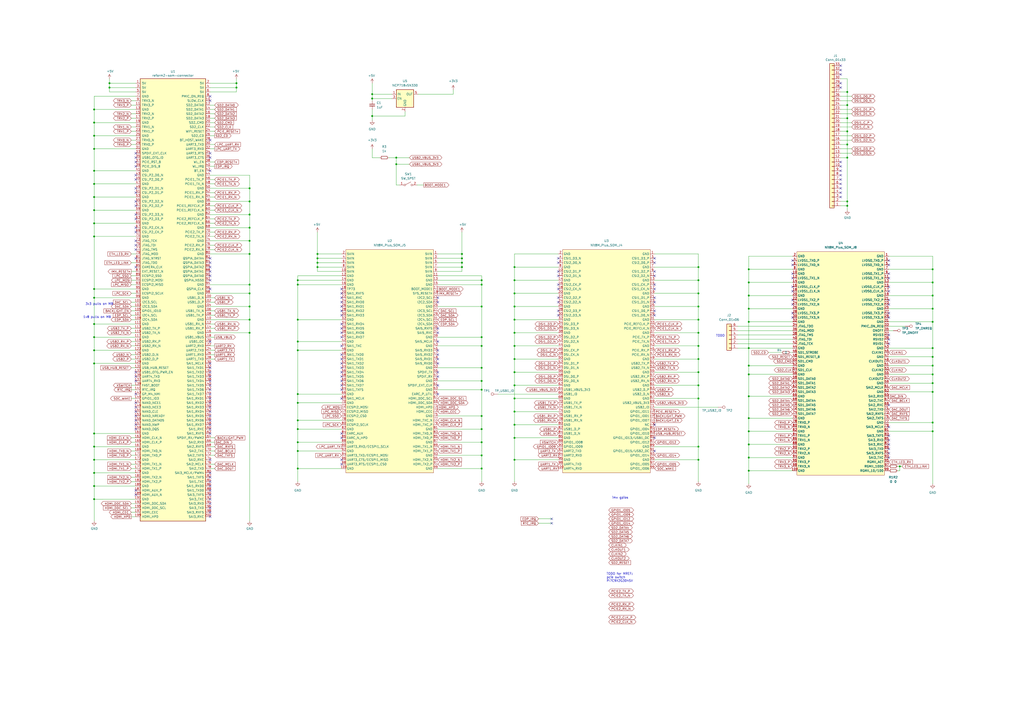
<source format=kicad_sch>
(kicad_sch (version 20211123) (generator eeschema)
  (paper "A2")
  (title_block (date "2022-09-02"))
  (junction (at 54.61 129.54))
  (junction (at 279.4 226.06))
  (junction (at 298.45 154.94))
  (junction (at 144.78 139.7))
  (junction (at 434.34 186.69))
  (junction (at 541.02 163.83))
  (junction (at 54.61 99.06))
  (junction (at 491.49 60.96))
  (junction (at 267.97 149.86))
  (junction (at 434.34 265.43))
  (junction (at 184.15 147.32))
  (junction (at 54.61 121.92))
  (junction (at 54.61 114.3))
  (junction (at 267.97 154.94))
  (junction (at 405.13 162.56))
  (junction (at 491.49 119.38))
  (junction (at 172.72 198.12))
  (junction (at 279.4 195.58))
  (junction (at 491.49 83.82))
  (junction (at 267.97 147.32))
  (junction (at 298.45 266.7))
  (junction (at 279.4 248.92))
  (junction (at 541.02 156.21))
  (junction (at 279.4 200.66))
  (junction (at 541.02 217.17))
  (junction (at 541.02 186.69))
  (junction (at 54.61 172.72))
  (junction (at 405.13 200.66))
  (junction (at 298.45 162.56))
  (junction (at 54.61 259.08))
  (junction (at 434.34 257.81))
  (junction (at 172.72 243.84))
  (junction (at 172.72 185.42))
  (junction (at 405.13 185.42))
  (junction (at 279.4 213.36))
  (junction (at 279.4 162.56))
  (junction (at 54.61 251.46))
  (junction (at 279.4 177.8))
  (junction (at 144.78 165.1))
  (junction (at 279.4 256.54))
  (junction (at 298.45 185.42))
  (junction (at 172.72 271.78))
  (junction (at 434.34 156.21))
  (junction (at 215.9 57.15))
  (junction (at 541.02 222.25))
  (junction (at 541.02 201.93))
  (junction (at 405.13 266.7))
  (junction (at 434.34 229.87))
  (junction (at 54.61 106.68))
  (junction (at 54.61 203.2))
  (junction (at 54.61 195.58))
  (junction (at 298.45 208.28))
  (junction (at 54.61 86.36))
  (junction (at 54.61 71.12))
  (junction (at 144.78 116.84))
  (junction (at 137.16 48.26))
  (junction (at 298.45 223.52))
  (junction (at 434.34 212.09))
  (junction (at 405.13 177.8))
  (junction (at 279.4 271.78))
  (junction (at 172.72 256.54))
  (junction (at 172.72 165.1))
  (junction (at 298.45 170.18))
  (junction (at 267.97 152.4))
  (junction (at 172.72 162.56))
  (junction (at 491.49 68.58))
  (junction (at 279.4 241.3))
  (junction (at 215.9 54.61))
  (junction (at 434.34 273.05))
  (junction (at 405.13 215.9))
  (junction (at 434.34 179.07))
  (junction (at 405.13 193.04))
  (junction (at 405.13 154.94))
  (junction (at 184.15 152.4))
  (junction (at 172.72 261.62))
  (junction (at 137.16 50.8))
  (junction (at 491.49 76.2))
  (junction (at 434.34 201.93))
  (junction (at 54.61 266.7))
  (junction (at 298.45 177.8))
  (junction (at 541.02 250.19))
  (junction (at 144.78 185.42))
  (junction (at 172.72 228.6))
  (junction (at 298.45 246.38))
  (junction (at 229.87 91.44))
  (junction (at 63.5 50.8))
  (junction (at 521.97 270.51))
  (junction (at 172.72 233.68))
  (junction (at 405.13 231.14))
  (junction (at 215.9 67.31))
  (junction (at 63.5 48.26))
  (junction (at 298.45 231.14))
  (junction (at 144.78 170.18))
  (junction (at 54.61 210.82))
  (junction (at 144.78 109.22))
  (junction (at 298.45 238.76))
  (junction (at 229.87 95.25))
  (junction (at 434.34 217.17))
  (junction (at 144.78 177.8))
  (junction (at 405.13 170.18))
  (junction (at 491.49 91.44))
  (junction (at 54.61 63.5))
  (junction (at 541.02 207.01))
  (junction (at 298.45 200.66))
  (junction (at 541.02 179.07))
  (junction (at 405.13 223.52))
  (junction (at 54.61 281.94))
  (junction (at 491.49 116.84))
  (junction (at 298.45 254))
  (junction (at 184.15 154.94))
  (junction (at 541.02 171.45))
  (junction (at 434.34 250.19))
  (junction (at 184.15 149.86))
  (junction (at 541.02 245.11))
  (junction (at 144.78 193.04))
  (junction (at 434.34 242.57))
  (junction (at 144.78 124.46))
  (junction (at 405.13 259.08))
  (junction (at 298.45 215.9))
  (junction (at 172.72 248.92))
  (junction (at 144.78 132.08))
  (junction (at 54.61 187.96))
  (junction (at 434.34 163.83))
  (junction (at 144.78 147.32))
  (junction (at 405.13 208.28))
  (junction (at 54.61 289.56))
  (junction (at 54.61 137.16))
  (junction (at 279.4 264.16))
  (junction (at 54.61 274.32))
  (junction (at 541.02 227.33))
  (junction (at 298.45 193.04))
  (junction (at 54.61 167.64))
  (junction (at 54.61 78.74))
  (junction (at 491.49 53.34))
  (junction (at 434.34 171.45))
  (junction (at 172.72 203.2))
  (junction (at 279.4 165.1))
  (junction (at 541.02 212.09))
  (junction (at 279.4 220.98))
  (no_connect (at 198.12 213.36))
  (no_connect (at 198.12 210.82))
  (no_connect (at 198.12 170.18))
  (no_connect (at 198.12 193.04))
  (no_connect (at 198.12 190.5))
  (no_connect (at 198.12 195.58))
  (no_connect (at 198.12 200.66))
  (no_connect (at 198.12 205.74))
  (no_connect (at 198.12 208.28))
  (no_connect (at 198.12 175.26))
  (no_connect (at 198.12 172.72))
  (no_connect (at 198.12 180.34))
  (no_connect (at 198.12 177.8))
  (no_connect (at 198.12 182.88))
  (no_connect (at 198.12 187.96))
  (no_connect (at 515.62 151.13))
  (no_connect (at 78.74 134.62))
  (no_connect (at 78.74 104.14))
  (no_connect (at 121.92 220.98))
  (no_connect (at 323.85 180.34))
  (no_connect (at 323.85 152.4))
  (no_connect (at 323.85 157.48))
  (no_connect (at 323.85 160.02))
  (no_connect (at 323.85 149.86))
  (no_connect (at 323.85 172.72))
  (no_connect (at 323.85 182.88))
  (no_connect (at 323.85 167.64))
  (no_connect (at 323.85 165.1))
  (no_connect (at 323.85 175.26))
  (no_connect (at 78.74 246.38))
  (no_connect (at 198.12 167.64))
  (no_connect (at 121.92 167.64))
  (no_connect (at 78.74 154.94))
  (no_connect (at 515.62 176.53))
  (no_connect (at 254 228.6))
  (no_connect (at 198.12 251.46))
  (no_connect (at 198.12 254))
  (no_connect (at 515.62 199.39))
  (no_connect (at 78.74 144.78))
  (no_connect (at 459.74 166.37))
  (no_connect (at 121.92 157.48))
  (no_connect (at 121.92 284.48))
  (no_connect (at 459.74 158.75))
  (no_connect (at 121.92 215.9))
  (no_connect (at 121.92 292.1))
  (no_connect (at 320.04 303.53))
  (no_connect (at 121.92 279.4))
  (no_connect (at 78.74 127))
  (no_connect (at 121.92 198.12))
  (no_connect (at 121.92 287.02))
  (no_connect (at 121.92 251.46))
  (no_connect (at 78.74 111.76))
  (no_connect (at 121.92 149.86))
  (no_connect (at 121.92 231.14))
  (no_connect (at 78.74 149.86))
  (no_connect (at 379.73 157.48))
  (no_connect (at 379.73 165.1))
  (no_connect (at 379.73 160.02))
  (no_connect (at 379.73 167.64))
  (no_connect (at 379.73 149.86))
  (no_connect (at 379.73 152.4))
  (no_connect (at 379.73 180.34))
  (no_connect (at 379.73 182.88))
  (no_connect (at 379.73 175.26))
  (no_connect (at 379.73 172.72))
  (no_connect (at 459.74 173.99))
  (no_connect (at 515.62 153.67))
  (no_connect (at 121.92 241.3))
  (no_connect (at 487.68 114.3))
  (no_connect (at 78.74 132.08))
  (no_connect (at 121.92 223.52))
  (no_connect (at 121.92 213.36))
  (no_connect (at 487.68 93.98))
  (no_connect (at 487.68 50.8))
  (no_connect (at 78.74 215.9))
  (no_connect (at 121.92 210.82))
  (no_connect (at 78.74 142.24))
  (no_connect (at 459.74 151.13))
  (no_connect (at 121.92 228.6))
  (no_connect (at 487.68 106.68))
  (no_connect (at 121.92 274.32))
  (no_connect (at 121.92 243.84))
  (no_connect (at 515.62 158.75))
  (no_connect (at 121.92 233.68))
  (no_connect (at 78.74 220.98))
  (no_connect (at 459.74 184.15))
  (no_connect (at 78.74 116.84))
  (no_connect (at 379.73 261.62))
  (no_connect (at 379.73 254))
  (no_connect (at 78.74 243.84))
  (no_connect (at 121.92 226.06))
  (no_connect (at 78.74 287.02))
  (no_connect (at 515.62 247.65))
  (no_connect (at 515.62 234.95))
  (no_connect (at 487.68 96.52))
  (no_connect (at 487.68 43.18))
  (no_connect (at 515.62 257.81))
  (no_connect (at 515.62 262.89))
  (no_connect (at 515.62 252.73))
  (no_connect (at 515.62 260.35))
  (no_connect (at 515.62 255.27))
  (no_connect (at 515.62 265.43))
  (no_connect (at 254 223.52))
  (no_connect (at 121.92 154.94))
  (no_connect (at 121.92 248.92))
  (no_connect (at 121.92 246.38))
  (no_connect (at 78.74 91.44))
  (no_connect (at 515.62 166.37))
  (no_connect (at 78.74 284.48))
  (no_connect (at 121.92 162.56))
  (no_connect (at 379.73 246.38))
  (no_connect (at 78.74 119.38))
  (no_connect (at 121.92 160.02))
  (no_connect (at 78.74 109.22))
  (no_connect (at 78.74 236.22))
  (no_connect (at 487.68 38.1))
  (no_connect (at 515.62 194.31))
  (no_connect (at 121.92 81.28))
  (no_connect (at 459.74 168.91))
  (no_connect (at 487.68 101.6))
  (no_connect (at 254 203.2))
  (no_connect (at 254 218.44))
  (no_connect (at 254 205.74))
  (no_connect (at 254 208.28))
  (no_connect (at 254 215.9))
  (no_connect (at 254 210.82))
  (no_connect (at 254 190.5))
  (no_connect (at 254 198.12))
  (no_connect (at 254 193.04))
  (no_connect (at 78.74 248.92))
  (no_connect (at 121.92 91.44))
  (no_connect (at 515.62 184.15))
  (no_connect (at 515.62 196.85))
  (no_connect (at 515.62 181.61))
  (no_connect (at 121.92 297.18))
  (no_connect (at 78.74 238.76))
  (no_connect (at 515.62 161.29))
  (no_connect (at 459.74 161.29))
  (no_connect (at 78.74 139.7))
  (no_connect (at 487.68 99.06))
  (no_connect (at 121.92 289.56))
  (no_connect (at 78.74 96.52))
  (no_connect (at 121.92 58.42))
  (no_connect (at 121.92 299.72))
  (no_connect (at 459.74 176.53))
  (no_connect (at 121.92 99.06))
  (no_connect (at 78.74 233.68))
  (no_connect (at 121.92 276.86))
  (no_connect (at 254 172.72))
  (no_connect (at 254 175.26))
  (no_connect (at 78.74 241.3))
  (no_connect (at 121.92 218.44))
  (no_connect (at 487.68 48.26))
  (no_connect (at 487.68 104.14))
  (no_connect (at 515.62 168.91))
  (no_connect (at 121.92 236.22))
  (no_connect (at 121.92 152.4))
  (no_connect (at 121.92 281.94))
  (no_connect (at 459.74 153.67))
  (no_connect (at 320.04 300.99))
  (no_connect (at 121.92 294.64))
  (no_connect (at 121.92 88.9))
  (no_connect (at 121.92 55.88))
  (no_connect (at 198.12 231.14))
  (no_connect (at 78.74 228.6))
  (no_connect (at 198.12 218.44))
  (no_connect (at 198.12 223.52))
  (no_connect (at 198.12 215.9))
  (no_connect (at 198.12 220.98))
  (no_connect (at 198.12 226.06))
  (no_connect (at 487.68 40.64))
  (no_connect (at 121.92 266.7))
  (no_connect (at 121.92 238.76))
  (no_connect (at 459.74 181.61))
  (no_connect (at 78.74 93.98))
  (no_connect (at 198.12 269.24))
  (no_connect (at 198.12 266.7))
  (no_connect (at 487.68 109.22))
  (no_connect (at 78.74 88.9))
  (no_connect (at 78.74 101.6))
  (no_connect (at 78.74 124.46))
  (no_connect (at 78.74 218.44))
  (no_connect (at 515.62 173.99))
  (no_connect (at 487.68 111.76))
  (wire (pts (xy 523.24 270.51) (xy 521.97 270.51)))
  (wire (pts (xy 379.73 185.42) (xy 405.13 185.42)))
  (wire (pts (xy 487.68 45.72) (xy 491.49 45.72)))
  (wire (pts (xy 279.4 165.1) (xy 254 165.1)))
  (wire (pts (xy 279.4 195.58) (xy 254 195.58)))
  (wire (pts (xy 215.9 57.15) (xy 215.9 58.42)))
  (wire (pts (xy 76.2 193.04) (xy 78.74 193.04)))
  (wire (pts (xy 78.74 162.56) (xy 76.2 162.56)))
  (wire (pts (xy 521.97 273.05) (xy 521.97 270.51)))
  (wire (pts (xy 379.73 223.52) (xy 405.13 223.52)))
  (wire (pts (xy 76.2 160.02) (xy 78.74 160.02)))
  (wire (pts (xy 434.34 179.07) (xy 459.74 179.07)))
  (wire (pts (xy 298.45 208.28) (xy 298.45 215.9)))
  (wire (pts (xy 298.45 223.52) (xy 298.45 231.14)))
  (wire (pts (xy 78.74 114.3) (xy 54.61 114.3)))
  (wire (pts (xy 491.49 119.38) (xy 491.49 121.92)))
  (wire (pts (xy 124.46 60.96) (xy 121.92 60.96)))
  (wire (pts (xy 458.47 204.47) (xy 459.74 204.47)))
  (wire (pts (xy 76.2 297.18) (xy 78.74 297.18)))
  (wire (pts (xy 279.4 271.78) (xy 254 271.78)))
  (wire (pts (xy 267.97 154.94) (xy 267.97 152.4)))
  (wire (pts (xy 405.13 266.7) (xy 405.13 279.4)))
  (wire (pts (xy 379.73 162.56) (xy 405.13 162.56)))
  (wire (pts (xy 54.61 114.3) (xy 54.61 121.92)))
  (wire (pts (xy 54.61 167.64) (xy 54.61 172.72)))
  (wire (pts (xy 172.72 203.2) (xy 172.72 228.6)))
  (wire (pts (xy 76.2 147.32) (xy 78.74 147.32)))
  (wire (pts (xy 487.68 116.84) (xy 491.49 116.84)))
  (wire (pts (xy 279.4 195.58) (xy 279.4 200.66)))
  (wire (pts (xy 124.46 78.74) (xy 121.92 78.74)))
  (wire (pts (xy 124.46 83.82) (xy 121.92 83.82)))
  (wire (pts (xy 76.2 198.12) (xy 78.74 198.12)))
  (wire (pts (xy 121.92 182.88) (xy 124.46 182.88)))
  (wire (pts (xy 78.74 152.4) (xy 76.2 152.4)))
  (wire (pts (xy 487.68 60.96) (xy 491.49 60.96)))
  (wire (pts (xy 298.45 223.52) (xy 323.85 223.52)))
  (wire (pts (xy 78.74 106.68) (xy 54.61 106.68)))
  (wire (pts (xy 491.49 53.34) (xy 491.49 60.96)))
  (wire (pts (xy 279.4 248.92) (xy 254 248.92)))
  (wire (pts (xy 487.68 119.38) (xy 491.49 119.38)))
  (wire (pts (xy 491.49 83.82) (xy 491.49 91.44)))
  (wire (pts (xy 279.4 162.56) (xy 254 162.56)))
  (wire (pts (xy 379.73 147.32) (xy 405.13 147.32)))
  (wire (pts (xy 288.925 228.6) (xy 323.85 228.6)))
  (wire (pts (xy 124.46 66.04) (xy 121.92 66.04)))
  (wire (pts (xy 76.2 157.48) (xy 78.74 157.48)))
  (wire (pts (xy 121.92 137.16) (xy 124.46 137.16)))
  (wire (pts (xy 459.74 242.57) (xy 434.34 242.57)))
  (wire (pts (xy 427.99 199.39) (xy 459.74 199.39)))
  (wire (pts (xy 63.5 45.72) (xy 63.5 48.26)))
  (wire (pts (xy 541.02 201.93) (xy 515.62 201.93)))
  (wire (pts (xy 279.4 160.02) (xy 279.4 162.56)))
  (wire (pts (xy 298.45 254) (xy 323.85 254)))
  (wire (pts (xy 298.45 208.28) (xy 323.85 208.28)))
  (wire (pts (xy 298.45 254) (xy 298.45 266.7)))
  (wire (pts (xy 78.74 292.1) (xy 76.2 292.1)))
  (wire (pts (xy 234.95 67.31) (xy 234.95 64.77)))
  (wire (pts (xy 427.99 196.85) (xy 459.74 196.85)))
  (wire (pts (xy 279.4 213.36) (xy 254 213.36)))
  (wire (pts (xy 379.73 266.7) (xy 405.13 266.7)))
  (wire (pts (xy 279.4 200.66) (xy 254 200.66)))
  (wire (pts (xy 541.02 163.83) (xy 515.62 163.83)))
  (wire (pts (xy 229.87 107.315) (xy 229.87 95.25)))
  (wire (pts (xy 121.92 53.34) (xy 137.16 53.34)))
  (wire (pts (xy 298.45 170.18) (xy 323.85 170.18)))
  (wire (pts (xy 54.61 281.94) (xy 54.61 274.32)))
  (wire (pts (xy 434.34 257.81) (xy 434.34 265.43)))
  (wire (pts (xy 541.02 148.59) (xy 515.62 148.59)))
  (wire (pts (xy 279.4 248.92) (xy 279.4 256.54)))
  (wire (pts (xy 78.74 71.12) (xy 54.61 71.12)))
  (wire (pts (xy 78.74 205.74) (xy 76.2 205.74)))
  (wire (pts (xy 312.42 303.53) (xy 320.04 303.53)))
  (wire (pts (xy 298.45 147.32) (xy 298.45 154.94)))
  (wire (pts (xy 405.13 154.94) (xy 405.13 162.56)))
  (wire (pts (xy 184.15 154.94) (xy 198.12 154.94)))
  (wire (pts (xy 76.2 269.24) (xy 78.74 269.24)))
  (wire (pts (xy 279.4 213.36) (xy 279.4 220.98)))
  (wire (pts (xy 76.2 261.62) (xy 78.74 261.62)))
  (wire (pts (xy 434.34 265.43) (xy 434.34 273.05)))
  (wire (pts (xy 198.12 157.48) (xy 184.15 157.48)))
  (wire (pts (xy 76.2 294.64) (xy 78.74 294.64)))
  (wire (pts (xy 541.02 217.17) (xy 541.02 222.25)))
  (wire (pts (xy 267.97 134.62) (xy 267.97 147.32)))
  (wire (pts (xy 121.92 271.78) (xy 124.46 271.78)))
  (wire (pts (xy 254 157.48) (xy 267.97 157.48)))
  (wire (pts (xy 405.13 193.04) (xy 405.13 200.66)))
  (wire (pts (xy 76.2 276.86) (xy 78.74 276.86)))
  (wire (pts (xy 494.03 71.12) (xy 487.68 71.12)))
  (wire (pts (xy 237.49 95.25) (xy 229.87 95.25)))
  (wire (pts (xy 225.425 91.44) (xy 229.87 91.44)))
  (wire (pts (xy 434.34 163.83) (xy 459.74 163.83)))
  (wire (pts (xy 298.45 200.66) (xy 298.45 208.28)))
  (wire (pts (xy 184.15 149.86) (xy 184.15 147.32)))
  (wire (pts (xy 78.74 83.82) (xy 76.2 83.82)))
  (wire (pts (xy 267.97 147.32) (xy 254 147.32)))
  (wire (pts (xy 487.68 73.66) (xy 494.03 73.66)))
  (wire (pts (xy 427.99 189.23) (xy 459.74 189.23)))
  (wire (pts (xy 405.13 170.18) (xy 405.13 177.8)))
  (wire (pts (xy 172.72 165.1) (xy 172.72 185.42)))
  (wire (pts (xy 78.74 231.14) (xy 76.2 231.14)))
  (wire (pts (xy 434.34 242.57) (xy 434.34 250.19)))
  (wire (pts (xy 405.13 200.66) (xy 405.13 208.28)))
  (wire (pts (xy 298.45 246.38) (xy 298.45 254)))
  (wire (pts (xy 279.4 241.3) (xy 254 241.3)))
  (wire (pts (xy 184.15 152.4) (xy 198.12 152.4)))
  (wire (pts (xy 515.62 189.23) (xy 525.145 189.23)))
  (wire (pts (xy 121.92 116.84) (xy 144.78 116.84)))
  (wire (pts (xy 121.92 142.24) (xy 124.46 142.24)))
  (wire (pts (xy 487.68 66.04) (xy 494.03 66.04)))
  (wire (pts (xy 124.46 208.28) (xy 121.92 208.28)))
  (wire (pts (xy 279.4 256.54) (xy 279.4 264.16)))
  (wire (pts (xy 172.72 271.78) (xy 172.72 279.4)))
  (wire (pts (xy 279.4 264.16) (xy 279.4 271.78)))
  (wire (pts (xy 76.2 254) (xy 78.74 254)))
  (wire (pts (xy 298.45 231.14) (xy 323.85 231.14)))
  (wire (pts (xy 76.2 190.5) (xy 78.74 190.5)))
  (wire (pts (xy 184.15 154.94) (xy 184.15 152.4)))
  (wire (pts (xy 229.87 91.44) (xy 237.49 91.44)))
  (wire (pts (xy 78.74 259.08) (xy 54.61 259.08)))
  (wire (pts (xy 215.9 69.85) (xy 215.9 67.31)))
  (wire (pts (xy 54.61 106.68) (xy 54.61 114.3)))
  (wire (pts (xy 487.68 81.28) (xy 494.03 81.28)))
  (wire (pts (xy 172.72 228.6) (xy 198.12 228.6)))
  (wire (pts (xy 76.2 175.26) (xy 78.74 175.26)))
  (wire (pts (xy 459.74 229.87) (xy 434.34 229.87)))
  (wire (pts (xy 379.73 170.18) (xy 405.13 170.18)))
  (wire (pts (xy 172.72 198.12) (xy 172.72 203.2)))
  (wire (pts (xy 78.74 76.2) (xy 76.2 76.2)))
  (wire (pts (xy 124.46 93.98) (xy 121.92 93.98)))
  (wire (pts (xy 124.46 76.2) (xy 121.92 76.2)))
  (wire (pts (xy 121.92 193.04) (xy 144.78 193.04)))
  (wire (pts (xy 215.9 54.61) (xy 227.33 54.61)))
  (wire (pts (xy 137.16 48.26) (xy 121.92 48.26)))
  (wire (pts (xy 541.02 171.45) (xy 515.62 171.45)))
  (wire (pts (xy 434.34 186.69) (xy 434.34 201.93)))
  (wire (pts (xy 459.74 217.17) (xy 434.34 217.17)))
  (wire (pts (xy 137.16 50.8) (xy 137.16 48.26)))
  (wire (pts (xy 487.68 68.58) (xy 491.49 68.58)))
  (wire (pts (xy 184.15 149.86) (xy 198.12 149.86)))
  (wire (pts (xy 541.02 212.09) (xy 541.02 217.17)))
  (wire (pts (xy 124.46 172.72) (xy 121.92 172.72)))
  (wire (pts (xy 298.45 185.42) (xy 323.85 185.42)))
  (wire (pts (xy 121.92 109.22) (xy 144.78 109.22)))
  (wire (pts (xy 487.68 83.82) (xy 491.49 83.82)))
  (wire (pts (xy 298.45 193.04) (xy 323.85 193.04)))
  (wire (pts (xy 76.2 200.66) (xy 78.74 200.66)))
  (wire (pts (xy 279.4 256.54) (xy 254 256.54)))
  (wire (pts (xy 541.02 148.59) (xy 541.02 156.21)))
  (wire (pts (xy 279.4 162.56) (xy 279.4 165.1)))
  (wire (pts (xy 515.62 191.77) (xy 518.16 191.77)))
  (wire (pts (xy 54.61 281.94) (xy 54.61 289.56)))
  (wire (pts (xy 172.72 233.68) (xy 198.12 233.68)))
  (wire (pts (xy 198.12 271.78) (xy 172.72 271.78)))
  (wire (pts (xy 121.92 134.62) (xy 124.46 134.62)))
  (wire (pts (xy 427.99 201.93) (xy 434.34 201.93)))
  (wire (pts (xy 76.2 299.72) (xy 78.74 299.72)))
  (wire (pts (xy 298.45 162.56) (xy 323.85 162.56)))
  (wire (pts (xy 78.74 167.64) (xy 54.61 167.64)))
  (wire (pts (xy 298.45 215.9) (xy 323.85 215.9)))
  (wire (pts (xy 78.74 99.06) (xy 54.61 99.06)))
  (wire (pts (xy 379.73 231.14) (xy 405.13 231.14)))
  (wire (pts (xy 405.13 231.14) (xy 405.13 259.08)))
  (wire (pts (xy 434.34 217.17) (xy 434.34 229.87)))
  (wire (pts (xy 215.9 86.36) (xy 215.9 91.44)))
  (wire (pts (xy 279.4 226.06) (xy 279.4 241.3)))
  (wire (pts (xy 76.2 208.28) (xy 78.74 208.28)))
  (wire (pts (xy 541.02 207.01) (xy 541.02 212.09)))
  (wire (pts (xy 487.68 86.36) (xy 494.03 86.36)))
  (wire (pts (xy 54.61 251.46) (xy 54.61 210.82)))
  (wire (pts (xy 121.92 96.52) (xy 124.46 96.52)))
  (wire (pts (xy 78.74 170.18) (xy 76.2 170.18)))
  (wire (pts (xy 198.12 160.02) (xy 172.72 160.02)))
  (wire (pts (xy 172.72 162.56) (xy 198.12 162.56)))
  (wire (pts (xy 121.92 190.5) (xy 124.46 190.5)))
  (wire (pts (xy 434.34 179.07) (xy 434.34 186.69)))
  (wire (pts (xy 184.15 157.48) (xy 184.15 154.94)))
  (wire (pts (xy 78.74 223.52) (xy 76.2 223.52)))
  (wire (pts (xy 54.61 187.96) (xy 54.61 195.58)))
  (wire (pts (xy 144.78 124.46) (xy 144.78 116.84)))
  (wire (pts (xy 494.03 58.42) (xy 487.68 58.42)))
  (wire (pts (xy 541.02 179.07) (xy 515.62 179.07)))
  (wire (pts (xy 78.74 53.34) (xy 63.5 53.34)))
  (wire (pts (xy 121.92 132.08) (xy 144.78 132.08)))
  (wire (pts (xy 78.74 279.4) (xy 76.2 279.4)))
  (wire (pts (xy 121.92 175.26) (xy 124.46 175.26)))
  (wire (pts (xy 172.72 165.1) (xy 198.12 165.1)))
  (wire (pts (xy 541.02 245.11) (xy 515.62 245.11)))
  (wire (pts (xy 405.13 215.9) (xy 405.13 223.52)))
  (wire (pts (xy 405.13 177.8) (xy 405.13 185.42)))
  (wire (pts (xy 405.13 259.08) (xy 405.13 266.7)))
  (wire (pts (xy 172.72 228.6) (xy 172.72 233.68)))
  (wire (pts (xy 172.72 261.62) (xy 172.72 271.78)))
  (wire (pts (xy 137.16 53.34) (xy 137.16 50.8)))
  (wire (pts (xy 54.61 129.54) (xy 54.61 137.16)))
  (wire (pts (xy 541.02 156.21) (xy 541.02 163.83)))
  (wire (pts (xy 267.97 157.48) (xy 267.97 154.94)))
  (wire (pts (xy 434.34 148.59) (xy 459.74 148.59)))
  (wire (pts (xy 144.78 185.42) (xy 144.78 177.8)))
  (wire (pts (xy 298.45 162.56) (xy 298.45 170.18)))
  (wire (pts (xy 487.68 76.2) (xy 491.49 76.2)))
  (wire (pts (xy 298.45 193.04) (xy 298.45 200.66)))
  (wire (pts (xy 121.92 264.16) (xy 124.46 264.16)))
  (wire (pts (xy 541.02 222.25) (xy 515.62 222.25)))
  (wire (pts (xy 124.46 269.24) (xy 121.92 269.24)))
  (wire (pts (xy 172.72 243.84) (xy 172.72 248.92)))
  (wire (pts (xy 491.49 45.72) (xy 491.49 53.34)))
  (wire (pts (xy 405.13 162.56) (xy 405.13 170.18)))
  (wire (pts (xy 172.72 256.54) (xy 172.72 261.62)))
  (wire (pts (xy 298.45 231.14) (xy 298.45 238.76)))
  (wire (pts (xy 54.61 86.36) (xy 54.61 99.06)))
  (wire (pts (xy 267.97 152.4) (xy 267.97 149.86)))
  (wire (pts (xy 121.92 254) (xy 124.46 254)))
  (wire (pts (xy 242.57 54.61) (xy 262.89 54.61)))
  (wire (pts (xy 379.73 208.28) (xy 405.13 208.28)))
  (wire (pts (xy 541.02 163.83) (xy 541.02 171.45)))
  (wire (pts (xy 279.4 241.3) (xy 279.4 248.92)))
  (wire (pts (xy 78.74 121.92) (xy 54.61 121.92)))
  (wire (pts (xy 121.92 139.7) (xy 144.78 139.7)))
  (wire (pts (xy 541.02 179.07) (xy 541.02 186.69)))
  (wire (pts (xy 487.68 55.88) (xy 494.03 55.88)))
  (wire (pts (xy 434.34 250.19) (xy 434.34 257.81)))
  (wire (pts (xy 78.74 264.16) (xy 76.2 264.16)))
  (wire (pts (xy 267.97 154.94) (xy 254 154.94)))
  (wire (pts (xy 434.34 163.83) (xy 434.34 171.45)))
  (wire (pts (xy 541.02 250.19) (xy 515.62 250.19)))
  (wire (pts (xy 78.74 78.74) (xy 54.61 78.74)))
  (wire (pts (xy 541.02 227.33) (xy 515.62 227.33)))
  (wire (pts (xy 172.72 185.42) (xy 198.12 185.42)))
  (wire (pts (xy 63.5 53.34) (xy 63.5 50.8)))
  (wire (pts (xy 121.92 259.08) (xy 124.46 259.08)))
  (wire (pts (xy 172.72 248.92) (xy 198.12 248.92)))
  (wire (pts (xy 172.72 198.12) (xy 198.12 198.12)))
  (wire (pts (xy 63.5 48.26) (xy 78.74 48.26)))
  (wire (pts (xy 427.99 191.77) (xy 459.74 191.77)))
  (wire (pts (xy 520.7 273.05) (xy 521.97 273.05)))
  (wire (pts (xy 63.5 50.8) (xy 63.5 48.26)))
  (wire (pts (xy 54.61 172.72) (xy 54.61 187.96)))
  (wire (pts (xy 144.78 165.1) (xy 144.78 170.18)))
  (wire (pts (xy 434.34 186.69) (xy 459.74 186.69)))
  (wire (pts (xy 487.68 91.44) (xy 491.49 91.44)))
  (wire (pts (xy 312.42 300.99) (xy 320.04 300.99)))
  (wire (pts (xy 491.49 60.96) (xy 491.49 68.58)))
  (wire (pts (xy 76.2 73.66) (xy 78.74 73.66)))
  (wire (pts (xy 298.45 266.7) (xy 298.45 279.4)))
  (wire (pts (xy 434.34 229.87) (xy 434.34 242.57)))
  (wire (pts (xy 144.78 101.6) (xy 121.92 101.6)))
  (wire (pts (xy 76.2 185.42) (xy 78.74 185.42)))
  (wire (pts (xy 144.78 116.84) (xy 144.78 109.22)))
  (wire (pts (xy 78.74 281.94) (xy 54.61 281.94)))
  (wire (pts (xy 121.92 114.3) (xy 124.46 114.3)))
  (wire (pts (xy 76.2 180.34) (xy 78.74 180.34)))
  (wire (pts (xy 172.72 233.68) (xy 172.72 243.84)))
  (wire (pts (xy 54.61 63.5) (xy 54.61 71.12)))
  (wire (pts (xy 78.74 50.8) (xy 63.5 50.8)))
  (wire (pts (xy 78.74 60.96) (xy 76.2 60.96)))
  (wire (pts (xy 54.61 274.32) (xy 78.74 274.32)))
  (wire (pts (xy 379.73 236.22) (xy 416.56 236.22)))
  (wire (pts (xy 124.46 203.2) (xy 121.92 203.2)))
  (wire (pts (xy 459.74 250.19) (xy 434.34 250.19)))
  (wire (pts (xy 215.9 48.26) (xy 215.9 54.61)))
  (wire (pts (xy 279.4 177.8) (xy 254 177.8)))
  (wire (pts (xy 405.13 223.52) (xy 405.13 231.14)))
  (wire (pts (xy 298.45 147.32) (xy 323.85 147.32)))
  (wire (pts (xy 76.2 165.1) (xy 78.74 165.1)))
  (wire (pts (xy 491.49 116.84) (xy 491.49 119.38)))
  (wire (pts (xy 76.2 66.04) (xy 78.74 66.04)))
  (wire (pts (xy 279.4 165.1) (xy 279.4 177.8)))
  (wire (pts (xy 76.2 226.06) (xy 78.74 226.06)))
  (wire (pts (xy 494.03 63.5) (xy 487.68 63.5)))
  (wire (pts (xy 405.13 208.28) (xy 405.13 215.9)))
  (wire (pts (xy 172.72 256.54) (xy 198.12 256.54)))
  (wire (pts (xy 121.92 106.68) (xy 124.46 106.68)))
  (wire (pts (xy 121.92 50.8) (xy 137.16 50.8)))
  (wire (pts (xy 262.89 54.61) (xy 262.89 52.07)))
  (wire (pts (xy 279.4 220.98) (xy 254 220.98)))
  (wire (pts (xy 121.92 180.34) (xy 124.46 180.34)))
  (wire (pts (xy 298.45 154.94) (xy 323.85 154.94)))
  (wire (pts (xy 121.92 147.32) (xy 144.78 147.32)))
  (wire (pts (xy 121.92 165.1) (xy 144.78 165.1)))
  (wire (pts (xy 54.61 195.58) (xy 54.61 203.2)))
  (wire (pts (xy 124.46 119.38) (xy 121.92 119.38)))
  (wire (pts (xy 445.77 204.47) (xy 453.39 204.47)))
  (wire (pts (xy 520.7 270.51) (xy 521.97 270.51)))
  (wire (pts (xy 121.92 185.42) (xy 144.78 185.42)))
  (wire (pts (xy 172.72 160.02) (xy 172.72 162.56)))
  (wire (pts (xy 78.74 177.8) (xy 76.2 177.8)))
  (wire (pts (xy 121.92 144.78) (xy 124.46 144.78)))
  (wire (pts (xy 172.72 203.2) (xy 198.12 203.2)))
  (wire (pts (xy 78.74 68.58) (xy 76.2 68.58)))
  (wire (pts (xy 144.78 132.08) (xy 144.78 124.46)))
  (wire (pts (xy 459.74 265.43) (xy 434.34 265.43)))
  (wire (pts (xy 379.73 259.08) (xy 405.13 259.08)))
  (wire (pts (xy 54.61 266.7) (xy 54.61 274.32)))
  (wire (pts (xy 491.49 76.2) (xy 491.49 83.82)))
  (wire (pts (xy 231.775 107.315) (xy 229.87 107.315)))
  (wire (pts (xy 78.74 182.88) (xy 76.2 182.88)))
  (wire (pts (xy 241.935 107.315) (xy 245.745 107.315)))
  (wire (pts (xy 184.15 134.62) (xy 184.15 147.32)))
  (wire (pts (xy 124.46 111.76) (xy 121.92 111.76)))
  (wire (pts (xy 124.46 104.14) (xy 121.92 104.14)))
  (wire (pts (xy 427.99 194.31) (xy 459.74 194.31)))
  (wire (pts (xy 172.72 248.92) (xy 172.72 256.54)))
  (wire (pts (xy 298.45 170.18) (xy 298.45 177.8)))
  (wire (pts (xy 279.4 226.06) (xy 254 226.06)))
  (wire (pts (xy 379.73 154.94) (xy 405.13 154.94)))
  (wire (pts (xy 121.92 129.54) (xy 124.46 129.54)))
  (wire (pts (xy 494.03 88.9) (xy 487.68 88.9)))
  (wire (pts (xy 279.4 271.78) (xy 279.4 279.4)))
  (wire (pts (xy 78.74 266.7) (xy 54.61 266.7)))
  (wire (pts (xy 121.92 205.74) (xy 124.46 205.74)))
  (wire (pts (xy 298.45 177.8) (xy 323.85 177.8)))
  (wire (pts (xy 78.74 271.78) (xy 76.2 271.78)))
  (wire (pts (xy 434.34 171.45) (xy 434.34 179.07)))
  (wire (pts (xy 144.78 139.7) (xy 144.78 132.08)))
  (wire (pts (xy 78.74 251.46) (xy 54.61 251.46)))
  (wire (pts (xy 54.61 203.2) (xy 54.61 210.82)))
  (wire (pts (xy 541.02 171.45) (xy 541.02 179.07)))
  (wire (pts (xy 541.02 156.21) (xy 515.62 156.21)))
  (wire (pts (xy 298.45 154.94) (xy 298.45 162.56)))
  (wire (pts (xy 54.61 259.08) (xy 54.61 266.7)))
  (wire (pts (xy 121.92 73.66) (xy 124.46 73.66)))
  (wire (pts (xy 459.74 257.81) (xy 434.34 257.81)))
  (wire (pts (xy 298.45 185.42) (xy 298.45 193.04)))
  (wire (pts (xy 54.61 121.92) (xy 54.61 129.54)))
  (wire (pts (xy 137.16 45.72) (xy 137.16 48.26)))
  (wire (pts (xy 54.61 251.46) (xy 54.61 259.08)))
  (wire (pts (xy 144.78 177.8) (xy 144.78 170.18)))
  (wire (pts (xy 121.92 170.18) (xy 144.78 170.18)))
  (wire (pts (xy 121.92 195.58) (xy 124.46 195.58)))
  (wire (pts (xy 298.45 266.7) (xy 323.85 266.7)))
  (wire (pts (xy 215.9 63.5) (xy 215.9 67.31)))
  (wire (pts (xy 491.49 91.44) (xy 491.49 116.84)))
  (wire (pts (xy 541.02 186.69) (xy 515.62 186.69)))
  (wire (pts (xy 124.46 256.54) (xy 121.92 256.54)))
  (wire (pts (xy 229.87 95.25) (xy 229.87 91.44)))
  (wire (pts (xy 121.92 187.96) (xy 124.46 187.96)))
  (wire (pts (xy 298.45 215.9) (xy 298.45 223.52)))
  (wire (pts (xy 279.4 200.66) (xy 279.4 213.36)))
  (wire (pts (xy 298.45 177.8) (xy 298.45 185.42)))
  (wire (pts (xy 121.92 124.46) (xy 144.78 124.46)))
  (wire (pts (xy 54.61 210.82) (xy 78.74 210.82)))
  (wire (pts (xy 434.34 201.93) (xy 459.74 201.93)))
  (wire (pts (xy 121.92 68.58) (xy 124.46 68.58)))
  (wire (pts (xy 54.61 55.88) (xy 54.61 63.5)))
  (wire (pts (xy 434.34 148.59) (xy 434.34 156.21)))
  (wire (pts (xy 78.74 129.54) (xy 54.61 129.54)))
  (wire (pts (xy 76.2 81.28) (xy 78.74 81.28)))
  (wire (pts (xy 541.02 207.01) (xy 515.62 207.01)))
  (wire (pts (xy 144.78 109.22) (xy 144.78 101.6)))
  (wire (pts (xy 78.74 187.96) (xy 54.61 187.96)))
  (wire (pts (xy 254 160.02) (xy 279.4 160.02)))
  (wire (pts (xy 279.4 264.16) (xy 254 264.16)))
  (wire (pts (xy 121.92 86.36) (xy 124.46 86.36)))
  (wire (pts (xy 144.78 193.04) (xy 144.78 185.42)))
  (wire (pts (xy 78.74 86.36) (xy 54.61 86.36)))
  (wire (pts (xy 379.73 200.66) (xy 405.13 200.66)))
  (wire (pts (xy 434.34 273.05) (xy 434.34 280.67)))
  (wire (pts (xy 54.61 71.12) (xy 54.61 78.74)))
  (wire (pts (xy 267.97 152.4) (xy 254 152.4)))
  (wire (pts (xy 298.45 200.66) (xy 323.85 200.66)))
  (wire (pts (xy 144.78 147.32) (xy 144.78 165.1)))
  (wire (pts (xy 54.61 78.74) (xy 54.61 86.36)))
  (wire (pts (xy 184.15 152.4) (xy 184.15 149.86)))
  (wire (pts (xy 491.49 68.58) (xy 491.49 76.2)))
  (wire (pts (xy 434.34 171.45) (xy 459.74 171.45)))
  (wire (pts (xy 379.73 215.9) (xy 405.13 215.9)))
  (wire (pts (xy 541.02 245.11) (xy 541.02 250.19)))
  (wire (pts (xy 267.97 149.86) (xy 267.97 147.32)))
  (wire (pts (xy 172.72 162.56) (xy 172.72 165.1)))
  (wire (pts (xy 434.34 212.09) (xy 434.34 217.17)))
  (wire (pts (xy 379.73 193.04) (xy 405.13 193.04)))
  (wire (pts (xy 78.74 195.58) (xy 54.61 195.58)))
  (wire (pts (xy 121.92 121.92) (xy 124.46 121.92)))
  (wire (pts (xy 541.02 250.19) (xy 541.02 280.67)))
  (wire (pts (xy 121.92 63.5) (xy 124.46 63.5)))
  (wire (pts (xy 215.9 57.15) (xy 215.9 54.61)))
  (wire (pts (xy 298.45 238.76) (xy 323.85 238.76)))
  (wire (pts (xy 541.02 201.93) (xy 541.02 207.01)))
  (wire (pts (xy 487.68 53.34) (xy 491.49 53.34)))
  (wire (pts (xy 144.78 193.04) (xy 144.78 302.26)))
  (wire (pts (xy 121.92 200.66) (xy 124.46 200.66)))
  (wire (pts (xy 172.72 261.62) (xy 198.12 261.62)))
  (wire (pts (xy 379.73 177.8) (xy 405.13 177.8)))
  (wire (pts (xy 78.74 203.2) (xy 54.61 203.2)))
  (wire (pts (xy 541.02 222.25) (xy 541.02 227.33)))
  (wire (pts (xy 78.74 256.54) (xy 76.2 256.54)))
  (wire (pts (xy 298.45 238.76) (xy 298.45 246.38)))
  (wire (pts (xy 434.34 156.21) (xy 434.34 163.83)))
  (wire (pts (xy 541.02 212.09) (xy 515.62 212.09)))
  (wire (pts (xy 121.92 177.8) (xy 144.78 177.8)))
  (wire (pts (xy 434.34 201.93) (xy 434.34 212.09)))
  (wire (pts (xy 76.2 213.36) (xy 78.74 213.36)))
  (wire (pts (xy 267.97 149.86) (xy 254 149.86)))
  (wire (pts (xy 279.4 220.98) (xy 279.4 226.06)))
  (wire (pts (xy 78.74 137.16) (xy 54.61 137.16)))
  (wire (pts (xy 215.9 67.31) (xy 234.95 67.31)))
  (wire (pts (xy 494.03 78.74) (xy 487.68 78.74)))
  (wire (pts (xy 405.13 185.42) (xy 405.13 193.04)))
  (wire (pts (xy 215.9 91.44) (xy 220.345 91.44)))
  (wire (pts (xy 78.74 55.88) (xy 54.61 55.88)))
  (wire (pts (xy 124.46 261.62) (xy 121.92 261.62)))
  (wire (pts (xy 76.2 58.42) (xy 78.74 58.42)))
  (wire (pts (xy 279.4 177.8) (xy 279.4 195.58)))
  (wire (pts (xy 184.15 147.32) (xy 198.12 147.32)))
  (wire (pts (xy 434.34 156.21) (xy 459.74 156.21)))
  (wire (pts (xy 144.78 139.7) (xy 144.78 147.32)))
  (wire (pts (xy 121.92 127) (xy 124.46 127)))
  (wire (pts (xy 54.61 137.16) (xy 54.61 167.64)))
  (wire (pts (xy 124.46 71.12) (xy 121.92 71.12)))
  (wire (pts (xy 172.72 243.84) (xy 198.12 243.84)))
  (wire (pts (xy 459.74 212.09) (xy 434.34 212.09)))
  (wire (pts (xy 78.74 63.5) (xy 54.61 63.5)))
  (wire (pts (xy 227.33 57.15) (xy 215.9 57.15)))
  (wire (pts (xy 541.02 186.69) (xy 541.02 201.93)))
  (wire (pts (xy 541.02 227.33) (xy 541.02 245.11)))
  (wire (pts (xy 172.72 185.42) (xy 172.72 198.12)))
  (wire (pts (xy 54.61 289.56) (xy 78.74 289.56)))
  (wire (pts (xy 459.74 273.05) (xy 434.34 273.05)))
  (wire (pts (xy 54.61 99.06) (xy 54.61 106.68)))
  (wire (pts (xy 405.13 147.32) (xy 405.13 154.94)))
  (wire (pts (xy 541.02 217.17) (xy 515.62 217.17)))
  (wire (pts (xy 298.45 246.38) (xy 323.85 246.38)))
  (wire (pts (xy 78.74 172.72) (xy 54.61 172.72)))
  (wire (pts (xy 54.61 302.26) (xy 54.61 289.56)))
  (text "3v3 pulls on MB" (at 49.53 177.165 0) (effects (font (size 1.27 1.27)) (justify left bottom)))
  (text "imx gpios" (at 354.965 289.56 0) (effects (font (size 1.27 1.27)) (justify left bottom)))
  (text "1v8 pulls on MB" (at 48.26 184.785 0) (effects (font (size 1.27 1.27)) (justify left bottom)))
  (text "TODO" (at 415.29 195.58 0) (effects (font (size 1.27 1.27)) (justify left bottom)))
  (text "TODO for MREF:\npcie switch\nPI7C9X2G304SV" (at 351.79 337.82 0) (effects (font (size 1.27 1.27)) (justify left bottom)))
  (global_label "IMX_RESETn" (shape output) (at 76.2 157.48 180) (property "Intersheet References" "${INTERSHEET_REFS}" (effects hide)))
  (global_label "LPC_SSO" (shape input) (at 76.2 160.02 180) (property "Intersheet References" "${INTERSHEET_REFS}" (effects hide)))
  (global_label "LPC_SSO" (shape input) (at 198.12 241.3 180) (property "Intersheet References" "${INTERSHEET_REFS}" (effects hide)))
  (global_label "PCIE2_CLK_P" (shape bidirectional) (at 124.46 142.24 0) (property "Intersheet References" "${INTERSHEET_REFS}" (effects hide)))
  (global_label "EDP_SDA" (shape bidirectional) (at 254 187.96 0) (property "Intersheet References" "${INTERSHEET_REFS}" (effects hide)))
  (global_label "EDP_RESETn" (shape output) (at 379.73 248.92 0) (property "Intersheet References" "${INTERSHEET_REFS}" (effects hide)))
  (global_label "SD2_CD" (shape input) (at 445.77 204.47 180) (property "Intersheet References" "${INTERSHEET_REFS}" (effects hide)))
  (global_label "EDP_SCL" (shape input) (at 76.2 182.88 180) (property "Intersheet References" "${INTERSHEET_REFS}" (effects hide)))
  (global_label "DAC_SCL" (shape input) (at 76.2 175.26 180) (property "Intersheet References" "${INTERSHEET_REFS}" (effects hide)))
  (global_label "SD2_DATA2" (shape bidirectional) (at 459.74 224.79 180) (property "Intersheet References" "${INTERSHEET_REFS}" (effects hide)))
  (global_label "TRX2_P" (shape bidirectional) (at 459.74 260.35 180) (property "Intersheet References" "${INTERSHEET_REFS}" (effects hide)))
  (global_label "HDMI_CEC" (shape bidirectional) (at 254 238.76 0) (property "Intersheet References" "${INTERSHEET_REFS}" (effects hide)))
  (global_label "PCIE1_CLK_P" (shape bidirectional) (at 379.73 187.96 0) (property "Intersheet References" "${INTERSHEET_REFS}" (effects hide)))
  (global_label "DSI1_D3_P" (shape bidirectional) (at 494.03 86.36 0) (property "Intersheet References" "${INTERSHEET_REFS}" (effects hide)))
  (global_label "GPIO1_IO05" (shape bidirectional) (at 379.73 269.24 0) (property "Intersheet References" "${INTERSHEET_REFS}" (effects hide)))
  (global_label "USB1_TX_P" (shape bidirectional) (at 323.85 233.68 180) (property "Intersheet References" "${INTERSHEET_REFS}" (effects hide)))
  (global_label "DAC_MCLK" (shape input) (at 515.62 224.79 0) (property "Intersheet References" "${INTERSHEET_REFS}" (effects hide)))
  (global_label "PCIE1_TX_P" (shape bidirectional) (at 379.73 195.58 0) (property "Intersheet References" "${INTERSHEET_REFS}" (effects hide)))
  (global_label "USB2_P" (shape bidirectional) (at 76.2 208.28 180) (property "Intersheet References" "${INTERSHEET_REFS}" (effects hide)))
  (global_label "LPC_UART_RX" (shape input) (at 198.12 264.16 180) (property "Intersheet References" "${INTERSHEET_REFS}" (effects hide)))
  (global_label "PCIE1_TX_N" (shape bidirectional) (at 124.46 106.68 0) (property "Intersheet References" "${INTERSHEET_REFS}" (effects hide)))
  (global_label "SD2_DATA5" (shape bidirectional) (at 353.06 308.61 0) (property "Intersheet References" "${INTERSHEET_REFS}" (effects hide)))
  (global_label "ETH_LED_RX" (shape input) (at 76.2 147.32 180) (property "Intersheet References" "${INTERSHEET_REFS}" (effects hide)))
  (global_label "USB2_N" (shape bidirectional) (at 379.73 228.6 0) (property "Intersheet References" "${INTERSHEET_REFS}" (effects hide)))
  (global_label "PCIE2_TX_P" (shape bidirectional) (at 124.46 127 0) (property "Intersheet References" "${INTERSHEET_REFS}" (effects hide)))
  (global_label "PCIE_RESETn" (shape input) (at 124.46 76.2 0) (property "Intersheet References" "${INTERSHEET_REFS}" (effects hide)))
  (global_label "DAC_BCLK" (shape input) (at 515.62 232.41 0) (property "Intersheet References" "${INTERSHEET_REFS}" (effects hide)))
  (global_label "SD2_RESET" (shape input) (at 353.06 326.39 0) (property "Intersheet References" "${INTERSHEET_REFS}" (effects hide)))
  (global_label "HDMI_TX1_P" (shape input) (at 254 261.62 0) (property "Intersheet References" "${INTERSHEET_REFS}" (effects hide)))
  (global_label "SD2_RESET" (shape bidirectional) (at 459.74 207.01 180) (property "Intersheet References" "${INTERSHEET_REFS}" (effects hide)))
  (global_label "HDMI_TX2_N" (shape input) (at 76.2 276.86 180) (property "Intersheet References" "${INTERSHEET_REFS}" (effects hide)))
  (global_label "USB2_RX_P" (shape bidirectional) (at 379.73 218.44 0) (property "Intersheet References" "${INTERSHEET_REFS}" (effects hide)))
  (global_label "UART2_RX" (shape output) (at 323.85 264.16 180) (property "Intersheet References" "${INTERSHEET_REFS}" (effects hide)))
  (global_label "DAC_TXFS" (shape input) (at 515.62 242.57 0) (property "Intersheet References" "${INTERSHEET_REFS}" (effects hide)))
  (global_label "PCIE2_CLK_P" (shape bidirectional) (at 353.06 358.14 0) (property "Intersheet References" "${INTERSHEET_REFS}" (effects hide)))
  (global_label "DSI1_D0_P" (shape bidirectional) (at 323.85 218.44 180) (property "Intersheet References" "${INTERSHEET_REFS}" (effects hide)))
  (global_label "DSI1_D3_P" (shape bidirectional) (at 323.85 187.96 180) (property "Intersheet References" "${INTERSHEET_REFS}" (effects hide)))
  (global_label "SD2_DATA0" (shape bidirectional) (at 124.46 60.96 0) (property "Intersheet References" "${INTERSHEET_REFS}" (effects hide)))
  (global_label "RTC_IRQ" (shape input) (at 312.42 303.53 180) (property "Intersheet References" "${INTERSHEET_REFS}" (effects hide)))
  (global_label "DSI1_D3_N" (shape bidirectional) (at 323.85 190.5 180) (property "Intersheet References" "${INTERSHEET_REFS}" (effects hide)))
  (global_label "SD2_DATA4" (shape bidirectional) (at 459.74 232.41 180) (property "Intersheet References" "${INTERSHEET_REFS}" (effects hide)))
  (global_label "DAC_BCLK" (shape input) (at 124.46 261.62 0) (property "Intersheet References" "${INTERSHEET_REFS}" (effects hide)))
  (global_label "UART1_RX" (shape output) (at 323.85 271.78 180) (property "Intersheet References" "${INTERSHEET_REFS}" (effects hide)))
  (global_label "PCIE2_TX_N" (shape bidirectional) (at 353.06 345.44 0) (property "Intersheet References" "${INTERSHEET_REFS}" (effects hide)))
  (global_label "CLKIN1" (shape bidirectional) (at 353.06 316.23 0) (property "Intersheet References" "${INTERSHEET_REFS}" (effects hide)))
  (global_label "HDMI_HPD" (shape output) (at 254 236.22 0) (property "Intersheet References" "${INTERSHEET_REFS}" (effects hide)))
  (global_label "TRX1_N" (shape bidirectional) (at 76.2 73.66 180) (property "Intersheet References" "${INTERSHEET_REFS}" (effects hide)))
  (global_label "BACKLIGHT_PWM" (shape input) (at 124.46 254 0) (property "Intersheet References" "${INTERSHEET_REFS}" (effects hide)))
  (global_label "DSI1_D1_P" (shape bidirectional) (at 494.03 63.5 0) (property "Intersheet References" "${INTERSHEET_REFS}" (effects hide)))
  (global_label "GPIO1_IO09" (shape bidirectional) (at 353.06 298.45 0) (property "Intersheet References" "${INTERSHEET_REFS}" (effects hide)))
  (global_label "DAC_DIN" (shape output) (at 515.62 229.87 0) (property "Intersheet References" "${INTERSHEET_REFS}" (effects hide)))
  (global_label "SOC_WAKE" (shape output) (at 76.2 231.14 180) (property "Intersheet References" "${INTERSHEET_REFS}" (effects hide)))
  (global_label "HDMI_CEC" (shape bidirectional) (at 76.2 297.18 180) (property "Intersheet References" "${INTERSHEET_REFS}" (effects hide)))
  (global_label "DSI1_D0_P" (shape bidirectional) (at 494.03 55.88 0) (property "Intersheet References" "${INTERSHEET_REFS}" (effects hide)))
  (global_label "TRX0_P" (shape bidirectional) (at 459.74 245.11 180) (property "Intersheet References" "${INTERSHEET_REFS}" (effects hide)))
  (global_label "DAC_RXFS" (shape input) (at 124.46 259.08 0) (property "Intersheet References" "${INTERSHEET_REFS}" (effects hide)))
  (global_label "DSI1_C_N" (shape bidirectional) (at 323.85 205.74 180) (property "Intersheet References" "${INTERSHEET_REFS}" (effects hide)))
  (global_label "UART1_RX" (shape output) (at 124.46 205.74 0) (property "Intersheet References" "${INTERSHEET_REFS}" (effects hide)))
  (global_label "GPIO1_IO05" (shape bidirectional) (at 353.06 295.91 0) (property "Intersheet References" "${INTERSHEET_REFS}" (effects hide)))
  (global_label "PCIE2_RX_N" (shape bidirectional) (at 124.46 137.16 0) (property "Intersheet References" "${INTERSHEET_REFS}" (effects hide)))
  (global_label "USB1_RX_N" (shape bidirectional) (at 124.46 187.96 0) (property "Intersheet References" "${INTERSHEET_REFS}" (effects hide)))
  (global_label "LPC_UART_TX" (shape output) (at 198.12 259.08 180) (property "Intersheet References" "${INTERSHEET_REFS}" (effects hide)))
  (global_label "TRX3_N" (shape bidirectional) (at 76.2 58.42 180) (property "Intersheet References" "${INTERSHEET_REFS}" (effects hide)))
  (global_label "PCIE2_RX_N" (shape bidirectional) (at 353.06 353.06 0) (property "Intersheet References" "${INTERSHEET_REFS}" (effects hide)))
  (global_label "USB_HUB_RESET" (shape output) (at 379.73 251.46 0) (property "Intersheet References" "${INTERSHEET_REFS}" (effects hide)))
  (global_label "LPC_MOSI" (shape output) (at 198.12 236.22 180) (property "Intersheet References" "${INTERSHEET_REFS}" (effects hide)))
  (global_label "HDMI_TX2_P" (shape input) (at 76.2 279.4 180) (property "Intersheet References" "${INTERSHEET_REFS}" (effects hide)))
  (global_label "SD2_DATA3" (shape bidirectional) (at 459.74 227.33 180) (property "Intersheet References" "${INTERSHEET_REFS}" (effects hide)))
  (global_label "PCIE1_RX_N" (shape bidirectional) (at 124.46 114.3 0) (property "Intersheet References" "${INTERSHEET_REFS}" (effects hide)))
  (global_label "USB1_TX_P" (shape bidirectional) (at 124.46 182.88 0) (property "Intersheet References" "${INTERSHEET_REFS}" (effects hide)))
  (global_label "RTC_IRQ" (shape output) (at 76.2 226.06 180) (property "Intersheet References" "${INTERSHEET_REFS}" (effects hide)))
  (global_label "TRX1_P" (shape bidirectional) (at 76.2 76.2 180) (property "Intersheet References" "${INTERSHEET_REFS}" (effects hide)))
  (global_label "TRX2_N" (shape bidirectional) (at 76.2 66.04 180) (property "Intersheet References" "${INTERSHEET_REFS}" (effects hide)))
  (global_label "USB1_N" (shape bidirectional) (at 323.85 251.46 180) (property "Intersheet References" "${INTERSHEET_REFS}" (effects hide)))
  (global_label "GPIO1_IO12" (shape bidirectional) (at 353.06 300.99 0) (property "Intersheet References" "${INTERSHEET_REFS}" (effects hide)))
  (global_label "SD2_DATA6" (shape bidirectional) (at 353.06 311.15 0) (property "Intersheet References" "${INTERSHEET_REFS}" (effects hide)))
  (global_label "ETH_LED_RX" (shape input) (at 515.62 267.97 0) (property "Intersheet References" "${INTERSHEET_REFS}" (effects hide)))
  (global_label "TRX0_P" (shape bidirectional) (at 76.2 83.82 180) (property "Intersheet References" "${INTERSHEET_REFS}" (effects hide)))
  (global_label "DSI1_C_P" (shape bidirectional) (at 494.03 71.12 0) (property "Intersheet References" "${INTERSHEET_REFS}" (effects hide)))
  (global_label "GPIO1_IO14" (shape bidirectional) (at 353.06 303.53 0) (property "Intersheet References" "${INTERSHEET_REFS}" (effects hide)))
  (global_label "HDMI_TX1_N" (shape input) (at 76.2 269.24 180) (property "Intersheet References" "${INTERSHEET_REFS}" (effects hide)))
  (global_label "USB1_N" (shape bidirectional) (at 124.46 172.72 0) (property "Intersheet References" "${INTERSHEET_REFS}" (effects hide)))
  (global_label "SD2_CLK" (shape input) (at 124.46 73.66 0) (property "Intersheet References" "${INTERSHEET_REFS}" (effects hide)))
  (global_label "USB1_RX_P" (shape bidirectional) (at 124.46 190.5 0) (property "Intersheet References" "${INTERSHEET_REFS}" (effects hide)))
  (global_label "CLKIN1" (shape bidirectional) (at 515.62 204.47 0) (property "Intersheet References" "${INTERSHEET_REFS}" (effects hide)))
  (global_label "ETH_LED_LINK" (shape input) (at 76.2 152.4 180) (property "Intersheet References" "${INTERSHEET_REFS}" (effects hide)))
  (global_label "UART1_TX" (shape input) (at 323.85 269.24 180) (property "Intersheet References" "${INTERSHEET_REFS}" (effects hide)))
  (global_label "PCIE2_TX_P" (shape bidirectional) (at 353.06 342.9 0) (property "Intersheet References" "${INTERSHEET_REFS}" (effects hide)))
  (global_label "PCIE1_TX_N" (shape bidirectional) (at 379.73 198.12 0) (property "Intersheet References" "${INTERSHEET_REFS}" (effects hide)))
  (global_label "PCIE2_CLK_N" (shape bidirectional) (at 353.06 360.68 0) (property "Intersheet References" "${INTERSHEET_REFS}" (effects hide)))
  (global_label "CLKOUT1" (shape bidirectional) (at 353.06 318.77 0) (property "Intersheet References" "${INTERSHEET_REFS}" (effects hide)))
  (global_label "LPC_MISO" (shape input) (at 76.2 165.1 180) (property "Intersheet References" "${INTERSHEET_REFS}" (effects hide)))
  (global_label "XSWITCH" (shape input) (at 323.85 256.54 180) (property "Intersheet References" "${INTERSHEET_REFS}" (effects hide)))
  (global_label "USB2_TX_N" (shape bidirectional) (at 379.73 213.36 0) (property "Intersheet References" "${INTERSHEET_REFS}" (effects hide)))
  (global_label "ETH_LED_LINK" (shape input) (at 523.24 270.51 0) (property "Intersheet References" "${INTERSHEET_REFS}" (effects hide)))
  (global_label "PCIE_RESETn" (shape output) (at 379.73 238.76 0) (property "Intersheet References" "${INTERSHEET_REFS}" (effects hide)))
  (global_label "TRX2_N" (shape bidirectional) (at 459.74 262.89 180) (property "Intersheet References" "${INTERSHEET_REFS}" (effects hide)))
  (global_label "CLKOUT2" (shape bidirectional) (at 353.06 323.85 0) (property "Intersheet References" "${INTERSHEET_REFS}" (effects hide)))
  (global_label "PCIE2_CLK_N" (shape bidirectional) (at 124.46 144.78 0) (property "Intersheet References" "${INTERSHEET_REFS}" (effects hide)))
  (global_label "CLKOUT1" (shape bidirectional) (at 515.62 209.55 0) (property "Intersheet References" "${INTERSHEET_REFS}" (effects hide)))
  (global_label "DAC_RXFS" (shape input) (at 515.62 240.03 0) (property "Intersheet References" "${INTERSHEET_REFS}" (effects hide)))
  (global_label "TRX2_P" (shape bidirectional) (at 76.2 68.58 180) (property "Intersheet References" "${INTERSHEET_REFS}" (effects hide)))
  (global_label "CLKOUT2" (shape bidirectional) (at 515.62 219.71 0) (property "Intersheet References" "${INTERSHEET_REFS}" (effects hide)))
  (global_label "DSI1_D2_N" (shape bidirectional) (at 323.85 198.12 180) (property "Intersheet References" "${INTERSHEET_REFS}" (effects hide)))
  (global_label "PCIE1_CLK_N" (shape bidirectional) (at 379.73 190.5 0) (property "Intersheet References" "${INTERSHEET_REFS}" (effects hide)))
  (global_label "EDP_SDA" (shape bidirectional) (at 76.2 185.42 180) (property "Intersheet References" "${INTERSHEET_REFS}" (effects hide)))
  (global_label "TRX3_N" (shape bidirectional) (at 459.74 270.51 180) (property "Intersheet References" "${INTERSHEET_REFS}" (effects hide)))
  (global_label "USB2_VBUS_3V3" (shape bidirectional) (at 379.73 233.68 0) (property "Intersheet References" "${INTERSHEET_REFS}" (effects hide)))
  (global_label "USB2_N" (shape bidirectional) (at 76.2 205.74 180) (property "Intersheet References" "${INTERSHEET_REFS}" (effects hide)))
  (global_label "SD2_DATA0" (shape bidirectional) (at 459.74 219.71 180) (property "Intersheet References" "${INTERSHEET_REFS}" (effects hide)))
  (global_label "SOC_WAKE" (shape input) (at 379.73 271.78 0) (property "Intersheet References" "${INTERSHEET_REFS}" (effects hide)))
  (global_label "DAC_DOUT" (shape input) (at 124.46 271.78 0) (property "Intersheet References" "${INTERSHEET_REFS}" (effects hide)))
  (global_label "UART2_RX" (shape output) (at 124.46 200.66 0) (property "Intersheet References" "${INTERSHEET_REFS}" (effects hide)))
  (global_label "USB2_P" (shape bidirectional) (at 379.73 226.06 0) (property "Intersheet References" "${INTERSHEET_REFS}" (effects hide)))
  (global_label "XSWITCH" (shape output) (at 76.2 223.52 180) (property "Intersheet References" "${INTERSHEET_REFS}" (effects hide)))
  (global_label "HDMI_HPD" (shape output) (at 76.2 299.72 180) (property "Intersheet References" "${INTERSHEET_REFS}" (effects hide)))
  (global_label "HDMI_TX1_P" (shape input) (at 76.2 271.78 180) (property "Intersheet References" "${INTERSHEET_REFS}" (effects hide)))
  (global_label "DAC_TXFS" (shape input) (at 124.46 264.16 0) (property "Intersheet References" "${INTERSHEET_REFS}" (effects hide)))
  (global_label "HDMI_TX2_N" (shape input) (at 254 266.7 0) (property "Intersheet References" "${INTERSHEET_REFS}" (effects hide)))
  (global_label "HDMI_TX2_P" (shape input) (at 254 269.24 0) (property "Intersheet References" "${INTERSHEET_REFS}" (effects hide)))
  (global_label "DSI1_D0_N" (shape bidirectional) (at 323.85 220.98 180) (property "Intersheet References" "${INTERSHEET_REFS}" (effects hide)))
  (global_label "HDMI_CLK_N" (shape input) (at 76.2 254 180) (property "Intersheet References" "${INTERSHEET_REFS}" (effects hide)))
  (global_label "USB1_VBUS_3V3" (shape bidirectional) (at 323.85 226.06 180) (property "Intersheet References" "${INTERSHEET_REFS}" (effects hide)))
  (global_label "DAC_MCLK" (shape input) (at 124.46 269.24 0) (property "Intersheet References" "${INTERSHEET_REFS}" (effects hide)))
  (global_label "LPC_SCK" (shape input) (at 76.2 170.18 180) (property "Intersheet References" "${INTERSHEET_REFS}" (effects hide)))
  (global_label "SD2_DATA1" (shape bidirectional) (at 459.74 222.25 180) (property "Intersheet References" "${INTERSHEET_REFS}" (effects hide)))
  (global_label "DSI1_D2_N" (shape bidirectional) (at 494.03 81.28 0) (property "Intersheet References" "${INTERSHEET_REFS}" (effects hide)))
  (global_label "USB2_VBUS_3V3" (shape bidirectional) (at 237.49 91.44 0) (property "Intersheet References" "${INTERSHEET_REFS}" (effects hide)))
  (global_label "BOOT_MODE1" (shape output) (at 254 167.64 0) (property "Intersheet References" "${INTERSHEET_REFS}" (effects hide)))
  (global_label "GPIO1_IO12" (shape bidirectional) (at 379.73 256.54 0) (property "Intersheet References" "${INTERSHEET_REFS}" (effects hide)))
  (global_label "DAC_SDA" (shape bidirectional) (at 76.2 177.8 180) (property "Intersheet References" "${INTERSHEET_REFS}" (effects hide)))
  (global_label "BACKLIGHT_EN" (shape input) (at 76.2 180.34 180) (property "Intersheet References" "${INTERSHEET_REFS}" (effects hide)))
  (global_label "SD2_CMD" (shape input) (at 124.46 71.12 0) (property "Intersheet References" "${INTERSHEET_REFS}" (effects hide)))
  (global_label "EDP_RESETn" (shape input) (at 124.46 93.98 0) (property "Intersheet References" "${INTERSHEET_REFS}" (effects hide)))
  (global_label "DSI1_C_N" (shape bidirectional) (at 494.03 73.66 0) (property "Intersheet References" "${INTERSHEET_REFS}" (effects hide)))
  (global_label "PCIE1_TX_P" (shape bidirectional) (at 124.46 104.14 0) (property "Intersheet References" "${INTERSHEET_REFS}" (effects hide)))
  (global_label "SD2_CMD" (shape output) (at 459.74 209.55 180) (property "Intersheet References" "${INTERSHEET_REFS}" (effects hide)))
  (global_label "USB_HUB_RESET" (shape input) (at 76.2 213.36 180) (property "Intersheet References" "${INTERSHEET_REFS}" (effects hide)))
  (global_label "DAC_DIN" (shape output) (at 124.46 256.54 0) (property "Intersheet References" "${INTERSHEET_REFS}" (effects hide)))
  (global_label "SD2_DATA1" (shape input) (at 124.46 63.5 0) (property "Intersheet References" "${INTERSHEET_REFS}" (effects hide)))
  (global_label "LPC_UART_RX" (shape input) (at 124.46 83.82 0) (property "Intersheet References" "${INTERSHEET_REFS}" (effects hide)))
  (global_label "UART2_TX" (shape input) (at 124.46 203.2 0) (property "Intersheet References" "${INTERSHEET_REFS}" (effects hide)))
  (global_label "USB_VBUS" (shape output) (at 124.46 195.58 0) (property "Intersheet References" "${INTERSHEET_REFS}" (effects hide)))
  (global_label "PCIE1_RX_P" (shape bidirectional) (at 379.73 203.2 0) (property "Intersheet References" "${INTERSHEET_REFS}" (effects hide)))
  (global_label "DSI1_D0_N" (shape bidirectional) (at 494.03 58.42 0) (property "Intersheet References" "${INTERSHEET_REFS}" (effects hide)))
  (global_label "SD2_CLK" (shape output) (at 459.74 214.63 180) (property "Intersheet References" "${INTERSHEET_REFS}" (effects hide)))
  (global_label "USB1_RX_P" (shape bidirectional) (at 323.85 241.3 180) (property "Intersheet References" "${INTERSHEET_REFS}" (effects hide)))
  (global_label "USB2_RX_N" (shape bidirectional) (at 379.73 220.98 0) (property "Intersheet References" "${INTERSHEET_REFS}" (effects hide)))
  (global_label "SD2_DATA2" (shape input) (at 124.46 66.04 0) (property "Intersheet References" "${INTERSHEET_REFS}" (effects hide)))
  (global_label "SD2_DATA3" (shape input) (at 124.46 68.58 0) (property "Intersheet References" "${INTERSHEET_REFS}" (effects hide)))
  (global_label "DSI1_D3_N" (shape bidirectional) (at 494.03 88.9 0) (property "Intersheet References" "${INTERSHEET_REFS}" (effects hide)))
  (global_label "LPC_SCK" (shape input) (at 198.12 246.38 180) (property "Intersheet References" "${INTERSHEET_REFS}" (effects hide)))
  (global_label "BACKLIGHT_PWM" (shape output) (at 379.73 241.3 0) (property "Intersheet References" "${INTERSHEET_REFS}" (effects hide)))
  (global_label "SD2_DATA4" (shape bidirectional) (at 353.06 306.07 0) (property "Intersheet References" "${INTERSHEET_REFS}" (effects hide)))
  (global_label "TRX1_N" (shape bidirectional) (at 459.74 255.27 180) (property "Intersheet References" "${INTERSHEET_REFS}" (effects hide)))
  (global_label "UART1_TX" (shape input) (at 124.46 208.28 0) (property "Intersheet References" "${INTERSHEET_REFS}" (effects hide)))
  (global_label "HDMI_DDC_SDA" (shape bidirectional) (at 76.2 292.1 180) (property "Intersheet References" "${INTERSHEET_REFS}" (effects hide)))
  (global_label "DAC_SCL" (shape input) (at 254 180.34 0) (property "Intersheet References" "${INTERSHEET_REFS}" (effects hide)))
  (global_label "PCIE1_RX_N" (shape bidirectional) (at 379.73 205.74 0) (property "Intersheet References" "${INTERSHEET_REFS}" (effects hide)))
  (global_label "DAC_DOUT" (shape input) (at 515.62 237.49 0) (property "Intersheet References" "${INTERSHEET_REFS}" (effects hide)))
  (global_label "SD2_CD" (shape output) (at 124.46 78.74 0) (property "Intersheet References" "${INTERSHEET_REFS}" (effects hide)))
  (global_label "TRX0_N" (shape bidirectional) (at 459.74 247.65 180) (property "Intersheet References" "${INTERSHEET_REFS}" (effects hide)))
  (global_label "PCIE2_RX_P" (shape bidirectional) (at 353.06 350.52 0) (property "Intersheet References" "${INTERSHEET_REFS}" (effects hide)))
  (global_label "EDP_IRQ" (shape output) (at 124.46 96.52 0) (property "Intersheet References" "${INTERSHEET_REFS}" (effects hide)))
  (global_label "PCIE2_RX_P" (shape bidirectional) (at 124.46 134.62 0) (property "Intersheet References" "${INTERSHEET_REFS}" (effects hide)))
  (global_label "TRX3_P" (shape bidirectional) (at 76.2 60.96 180) (property "Intersheet References" "${INTERSHEET_REFS}" (effects hide)))
  (global_label "DSI1_D1_N" (shape bidirectional) (at 494.03 66.04 0) (property "Intersheet References" "${INTERSHEET_REFS}" (effects hide)))
  (global_label "USB2_TX_P" (shape bidirectional) (at 379.73 210.82 0) (property "Intersheet References" "${INTERSHEET_REFS}" (effects hide)))
  (global_label "IMX_RESETn" (shape output) (at 254 170.18 0) (property "Intersheet References" "${INTERSHEET_REFS}" (effects hide)))
  (global_label "USB1_TX_N" (shape bidirectional) (at 323.85 236.22 180) (property "Intersheet References" "${INTERSHEET_REFS}" (effects hide)))
  (global_label "EDP_SCL" (shape input) (at 254 185.42 0) (property "Intersheet References" "${INTERSHEET_REFS}" (effects hide)))
  (global_label "PCIE2_TX_N" (shape bidirectional) (at 124.46 129.54 0) (property "Intersheet References" "${INTERSHEET_REFS}" (effects hide)))
  (global_label "PCIE1_RX_P" (shape bidirectional) (at 124.46 111.76 0) (property "Intersheet References" "${INTERSHEET_REFS}" (effects hide)))
  (global_label "USB1_P" (shape bidirectional) (at 323.85 248.92 180) (property "Intersheet References" "${INTERSHEET_REFS}" (effects hide)))
  (global_label "DSI1_D1_N" (shape bidirectional) (at 323.85 213.36 180) (property "Intersheet References" "${INTERSHEET_REFS}" (effects hide)))
  (global_label "SD2_DATA6" (shape bidirectional) (at 459.74 237.49 180) (property "Intersheet References" "${INTERSHEET_REFS}" (effects hide)))
  (global_label "TRX0_N" (shape bidirectional) (at 76.2 81.28 180) (property "Intersheet References" "${INTERSHEET_REFS}" (effects hide)))
  (global_label "USB2_RX_P" (shape bidirectional) (at 76.2 198.12 180) (property "Intersheet References" "${INTERSHEET_REFS}" (effects hide)))
  (global_label "SD2_DATA5" (shape bidirectional) (at 459.74 234.95 180) (property "Intersheet References" "${INTERSHEET_REFS}" (effects hide)))
  (global_label "HDMI_DDC_SCL" (shape input) (at 76.2 294.64 180) (property "Intersheet References" "${INTERSHEET_REFS}" (effects hide)))
  (global_label "HDMI_CLK_P" (shape input) (at 254 246.38 0) (property "Intersheet References" "${INTERSHEET_REFS}" (effects hide)))
  (global_label "USB1_P" (shape bidirectional) (at 124.46 175.26 0) (property "Intersheet References" "${INTERSHEET_REFS}" (effects hide)))
  (global_label "LPC_UART_TX" (shape output) (at 124.46 86.36 0) (property "Intersheet References" "${INTERSHEET_REFS}" (effects hide)))
  (global_label "HDMI_CLK_N" (shape input) (at 254 243.84 0) (property "Intersheet References" "${INTERSHEET_REFS}" (effects hide)))
  (global_label "EDP_IRQ" (shape input) (at 312.42 300.99 180) (property "Intersheet References" "${INTERSHEET_REFS}" (effects hide)))
  (global_label "HDMI_DDC_SDA" (shape bidirectional) (at 254 233.68 0) (property "Intersheet References" "${INTERSHEET_REFS}" (effects hide)))
  (global_label "PCIE1_CLK_N" (shape bidirectional) (at 124.46 121.92 0) (property "Intersheet References" "${INTERSHEET_REFS}" (effects hide)))
  (global_label "HDMI_TX0_P" (shape input) (at 254 254 0) (property "Intersheet References" "${INTERSHEET_REFS}" (effects hide)))
  (global_label "USB2_TX_N" (shape bidirectional) (at 76.2 193.04 180) (property "Intersheet References" "${INTERSHEET_REFS}" (effects hide)))
  (global_label "USB2_TX_P" (shape bidirectional) (at 76.2 190.5 180) (property "Intersheet References" "${INTERSHEET_REFS}" (effects hide)))
  (global_label "HDMI_TX0_N" (shape input) (at 254 251.46 0) (property "Intersheet References" "${INTERSHEET_REFS}" (effects hide)))
  (global_label "HDMI_TX0_P" (shape input) (at 76.2 264.16 180) (property "Intersheet References" "${INTERSHEET_REFS}" (effects hide)))
  (global_label "HDMI_TX1_N" (shape input) (at 254 259.08 0) (property "Intersheet References" "${INTERSHEET_REFS}" (effects hide)))
  (global_label "USB1_TX_N" (shape bidirectional) (at 124.46 180.34 0) (property "Intersheet References" "${INTERSHEET_REFS}" (effects hide)))
  (global_label "CLKIN2" (shape bidirectional) (at 515.62 214.63 0) (property "Intersheet References" "${INTERSHEET_REFS}" (effects hide)))
  (global_label "USB1_VBUS_3V3" (shape bidirectional) (at 237.49 95.25 0) (property "Intersheet References" "${INTERSHEET_REFS}" (effects hide)))
  (global_label "BACKLIGHT_EN" (shape output) (at 379.73 243.84 0) (property "Intersheet References" "${INTERSHEET_REFS}" (effects hide)))
  (global_label "DAC_SDA" (shape bidirectional) (at 254 182.88 0) (property "Intersheet References" "${INTERSHEET_REFS}" (effects hide)))
  (global_label "USB1_RX_N" (shape bidirectional) (at 323.85 243.84 180) (property "Intersheet References" "${INTERSHEET_REFS}" (effects hide)))
  (global_label "USB2_RX_N" (shape bidirectional) (at 76.2 200.66 180) (property "Intersheet References" "${INTERSHEET_REFS}" (effects hide)))
  (global_label "HDMI_CLK_P" (shape input) (at 76.2 256.54 180) (property "Intersheet References" "${INTERSHEET_REFS}" (effects hide)))
  (global_label "BOOT_MODE1" (shape output) (at 245.745 107.315 0) (property "Intersheet References" "${INTERSHEET_REFS}" (effects hide)))
  (global_label "GPIO1_IO09" (shape bidirectional) (at 323.85 259.08 180) (property "Intersheet References" "${INTERSHEET_REFS}" (effects hide)))
  (global_label "DSI1_D2_P" (shape bidirectional) (at 323.85 195.58 180) (property "Intersheet References" "${INTERSHEET_REFS}" (effects hide)))
  (global_label "PCIE1_CLK_P" (shape bidirectional) (at 124.46 119.38 0) (property "Intersheet References" "${INTERSHEET_REFS}" (effects hide)))
  (global_label "HDMI_DDC_SCL" (shape input) (at 254 231.14 0) (property "Intersheet References" "${INTERSHEET_REFS}" (effects hide)))
  (global_label "CLKIN2" (shape bidirectional) (at 353.06 321.31 0) (property "Intersheet References" "${INTERSHEET_REFS}" (effects hide)))
  (global_label "DSI1_C_P" (shape bidirectional) (at 323.85 203.2 180) (property "Intersheet References" "${INTERSHEET_REFS}" (effects hide)))
  (global_label "SD2_DATA7" (shape bidirectional) (at 459.74 240.03 180) (property "Intersheet References" "${INTERSHEET_REFS}" (effects hide)))
  (global_label "DSI1_D1_P" (shape bidirectional) (at 323.85 210.82 180) (property "Intersheet References" "${INTERSHEET_REFS}" (effects hide)))
  (global_label "HDMI_TX0_N" (shape input) (at 76.2 261.62 180) (property "Intersheet References" "${INTERSHEET_REFS}" (effects hide)))
  (global_label "UART2_TX" (shape input) (at 323.85 261.62 180) (property "Intersheet References" "${INTERSHEET_REFS}" (effects hide)))
  (global_label "SD2_DATA7" (shape bidirectional) (at 353.06 313.69 0) (property "Intersheet References" "${INTERSHEET_REFS}" (effects hide)))
  (global_label "DSI1_D2_P" (shape bidirectional) (at 494.03 78.74 0) (property "Intersheet References" "${INTERSHEET_REFS}" (effects hide)))
  (global_label "GPIO1_IO14" (shape bidirectional) (at 379.73 264.16 0) (property "Intersheet References" "${INTERSHEET_REFS}" (effects hide)))
  (global_label "LPC_MOSI" (shape output) (at 76.2 162.56 180) (property "Intersheet References" "${INTERSHEET_REFS}" (effects hide)))
  (global_label "LPC_MISO" (shape input) (at 198.12 238.76 180) (property "Intersheet References" "${INTERSHEET_REFS}" (effects hide)))
  (global_label "TRX3_P" (shape bidirectional) (at 459.74 267.97 180) (property "Intersheet References" "${INTERSHEET_REFS}" (effects hide)))
  (global_label "TRX1_P" (shape bidirectional) (at 459.74 252.73 180) (property "Intersheet References" "${INTERSHEET_REFS}" (effects hide)))
  (symbol (lib_id "power:GND") (at 405.13 279.4 0) (unit 1)
    (property "Reference" "#PWR010" (effects hide))
    (property "Value" "GND" (at 405.13 284.48 0))
  )
  (symbol (lib_id "Connector:TestPoint") (at 288.925 228.6 90) (unit 1)
    (property "Reference" "TP1" (at 282.448 226.695 90))
    (property "Value" "TP_USB1_ID" (at 292.608 226.695 90))
    (property "Footprint" "TestPoint:TestPoint_Pad_1.0x1.0mm" (effects hide))
  )
  (symbol (lib_id "Connector_Generic:Conn_01x33") (at 482.6 78.74 180) (unit 1)
    (property "Reference" "J1" (at 484.6828 32.385 0))
    (property "Value" "Conn_01x33" (at 484.6828 34.6964 0))
    (property "Footprint" "Connector_FFC-FPC:Hirose_FH12-33S-0.5SH_1x33-1MP_P0.50mm_Horizontal" (effects hide))
    (property "MPN" "FH12-33S-0.5SH" (effects hide))
    (property "Manufacturer" "Hirose" (effects hide))
  )
  (symbol (lib_id "Connector:TestPoint") (at 416.56 236.22 270) (unit 1)
    (property "Reference" "TP2" (at 423.037 238.125 90))
    (property "Value" "TP_USB2_ID" (at 412.877 238.125 90))
    (property "Footprint" "TestPoint:TestPoint_Pad_1.0x1.0mm" (effects hide))
  )
  (symbol (lib_id "power:GND") (at 491.49 121.92 0) (unit 1)
    (property "Reference" "#PWR012" (effects hide))
    (property "Value" "GND" (at 491.617 126.3142 0))
  )
  (symbol (lib_id "reform2-imx8mplus:Nit8M_Plus_SOM_J8") (at 487.68 185.42 0) (unit 1)
    (property "Reference" "U4" (at 487.68 140.97 0))
    (property "Value" "Nit8M_Plus_SOM_J8" (at 487.68 143.51 0))
    (property "Footprint" "footprints:HRS_DF40C-100DS-0.4V(51)" (effects hide))
  )
  (symbol (lib_id "Device:R_Small") (at 222.885 91.44 90) (unit 1)
    (property "Reference" "R3" (at 222.885 85.09 90))
    (property "Value" "1k" (at 222.885 87.63 90))
    (property "Footprint" "Capacitor_SMD:C_0603_1608Metric" (effects hide))
  )
  (symbol (lib_id "power:GND") (at 298.45 279.4 0) (unit 1)
    (property "Reference" "#PWR09" (effects hide))
    (property "Value" "GND" (at 298.45 284.48 0))
  )
  (symbol (lib_id "power:GND") (at 215.9 69.85 0) (unit 1)
    (property "Reference" "#PWR015" (effects hide))
    (property "Value" "GND" (at 215.9 74.93 0))
  )
  (symbol (lib_id "power:GND") (at 279.4 279.4 0) (unit 1)
    (property "Reference" "#PWR08" (effects hide))
    (property "Value" "GND" (at 279.4 284.48 0))
  )
  (symbol (lib_id "Connector:TestPoint") (at 525.145 189.23 270) (unit 1)
    (property "Reference" "TP4" (at 530.86 187.9599 90) (effects (justify left)))
    (property "Value" "TP_ONREQ" (at 530.86 190.4999 90) (effects (justify left)))
    (property "Footprint" "TestPoint:TestPoint_Pad_1.0x1.0mm" (effects hide))
  )
  (symbol (lib_id "Device:R_Small") (at 518.16 270.51 90) (unit 1)
    (property "Reference" "R1" (at 516.89 276.86 90))
    (property "Value" "0" (at 516.89 279.4 90))
    (property "Footprint" "Resistor_SMD:R_0603_1608Metric" (effects hide))
  )
  (symbol (lib_id "power:+5V") (at 63.5 45.72 0) (unit 1)
    (property "Reference" "#PWR02" (effects hide))
    (property "Value" "+5V" (at 63.881 41.3258 0))
  )
  (symbol (lib_id "Device:R_Small") (at 518.16 273.05 90) (unit 1)
    (property "Reference" "R2" (at 519.43 276.86 90))
    (property "Value" "0" (at 519.43 279.4 90))
    (property "Footprint" "Resistor_SMD:R_0603_1608Metric" (effects hide))
  )
  (symbol (lib_id "power:+5V") (at 137.16 45.72 0) (mirror y) (unit 1)
    (property "Reference" "#PWR03" (effects hide))
    (property "Value" "+5V" (at 136.779 41.3258 0))
  )
  (symbol (lib_id "reform2-imx8mplus:Nit8M_Plus_SOM_J5") (at 226.06 184.15 0) (unit 1)
    (property "Reference" "U2" (at 226.06 139.7 0))
    (property "Value" "Nit8M_Plus_SOM_J5" (at 226.06 142.24 0))
    (property "Footprint" "footprints:HRS_DF40C-100DS-0.4V(51)" (effects hide))
  )
  (symbol (lib_id "power:GND") (at 541.02 280.67 0) (unit 1)
    (property "Reference" "#PWR013" (effects hide))
    (property "Value" "GND" (at 541.02 285.75 0))
  )
  (symbol (lib_id "Connector:TestPoint") (at 518.16 191.77 270) (unit 1)
    (property "Reference" "TP3" (at 523.24 190.4999 90) (effects (justify left)))
    (property "Value" "TP_ONOFF" (at 523.24 193.0399 90) (effects (justify left)))
    (property "Footprint" "TestPoint:TestPoint_Pad_1.0x1.0mm" (effects hide))
  )
  (symbol (lib_id "reform-pi-rescue:reform2-som-connector-reform2-som") (at 99.06 170.18 0) (unit 1)
    (property "Reference" "U1" (at 100.33 41.4782 0))
    (property "Value" "reform2-som-connector" (at 100.33 43.7896 0))
    (property "Footprint" "footprints:ddr2-sodimm200" (effects hide))
    (property "MPN" "DNP" (effects hide))
    (property "Manufacturer" "DNP" (effects hide))
  )
  (symbol (lib_id "Connector_Generic:Conn_01x06") (at 422.91 196.85 180) (unit 1)
    (property "Reference" "J2" (at 422.91 182.88 0))
    (property "Value" "Conn_01x06" (at 422.91 185.42 0))
    (property "Footprint" "Connector_PinHeader_2.00mm:PinHeader_1x06_P2.00mm_Vertical" (effects hide))
  )
  (symbol (lib_id "power:+5V") (at 215.9 48.26 0) (mirror y) (unit 1)
    (property "Reference" "#PWR014" (effects hide))
    (property "Value" "+5V" (at 215.519 43.8658 0))
  )
  (symbol (lib_id "power:GND") (at 54.61 302.26 0) (unit 1)
    (property "Reference" "#PWR01" (effects hide))
    (property "Value" "GND" (at 54.737 306.6542 0))
  )
  (symbol (lib_id "power:GND") (at 172.72 279.4 0) (unit 1)
    (property "Reference" "#PWR05" (effects hide))
    (property "Value" "GND" (at 172.72 284.48 0))
  )
  (symbol (lib_id "power:+5V") (at 184.15 134.62 0) (mirror y) (unit 1)
    (property "Reference" "#PWR06" (effects hide))
    (property "Value" "+5V" (at 183.769 130.2258 0))
  )
  (symbol (lib_id "Device:R_Small") (at 455.93 204.47 90) (unit 1)
    (property "Reference" "R4" (at 452.12 203.2 90))
    (property "Value" "0" (at 455.93 204.47 90))
    (property "Footprint" "Capacitor_SMD:C_0603_1608Metric" (effects hide))
  )
  (symbol (lib_id "Device:C_Small") (at 215.9 60.96 0) (unit 1)
    (property "Reference" "C1" (at 218.44 59.6962 0) (effects (justify left)))
    (property "Value" "1uF" (at 218.44 62.2362 0) (effects (justify left)))
    (property "Footprint" "Capacitor_SMD:C_0603_1608Metric" (effects hide))
  )
  (symbol (lib_id "reform2-imx8mplus:Nit8M_Plus_SOM_J4") (at 351.79 184.15 0) (unit 1)
    (property "Reference" "U3" (at 351.79 139.7 0))
    (property "Value" "Nit8M_Plus_SOM_J4" (at 351.79 142.24 0))
    (property "Footprint" "footprints:HRS_DF40C-100DS-0.4V(51)" (effects hide))
  )
  (symbol (lib_id "power:+3V3") (at 215.9 86.36 0) (unit 1)
    (property "Reference" "#PWR016" (effects hide))
    (property "Value" "+3V3" (at 215.9 81.28 0))
  )
  (symbol (lib_id "Regulator_Linear:NCP718xSN330") (at 234.95 57.15 0) (unit 1)
    (property "Reference" "U5" (at 234.95 46.99 0))
    (property "Value" "NCP718xSN330" (at 234.95 49.53 0))
    (property "Footprint" "Package_TO_SOT_SMD:SOT-23-5" (effects hide))
    (property "Datasheet" "https://www.onsemi.com/pub/Collateral/NCP718-D.PDF" (effects hide))
  )
  (symbol (lib_id "power:GND") (at 434.34 280.67 0) (unit 1)
    (property "Reference" "#PWR011" (effects hide))
    (property "Value" "GND" (at 434.34 285.75 0))
  )
  (symbol (lib_id "power:GND") (at 144.78 302.26 0) (unit 1)
    (property "Reference" "#PWR04" (effects hide))
    (property "Value" "GND" (at 144.907 306.6542 0))
  )
  (symbol (lib_id "power:+5V") (at 267.97 134.62 0) (unit 1)
    (property "Reference" "#PWR07" (effects hide))
    (property "Value" "+5V" (at 268.351 130.2258 0))
  )
  (symbol (lib_id "Switch:SW_SPST") (at 236.855 107.315 0) (unit 1)
    (property "Reference" "SW1" (at 236.855 100.965 0))
    (property "Value" "SW_SPST" (at 236.855 103.505 0))
    (property "Footprint" "Connector_PinHeader_2.00mm:PinHeader_1x02_P2.00mm_Horizontal" (effects hide))
  )
  (symbol (lib_id "power:+3V3") (at 262.89 52.07 0) (unit 1)
    (property "Reference" "#PWR017" (effects hide))
    (property "Value" "+3V3" (at 262.89 46.99 0))
  )
)
</source>
